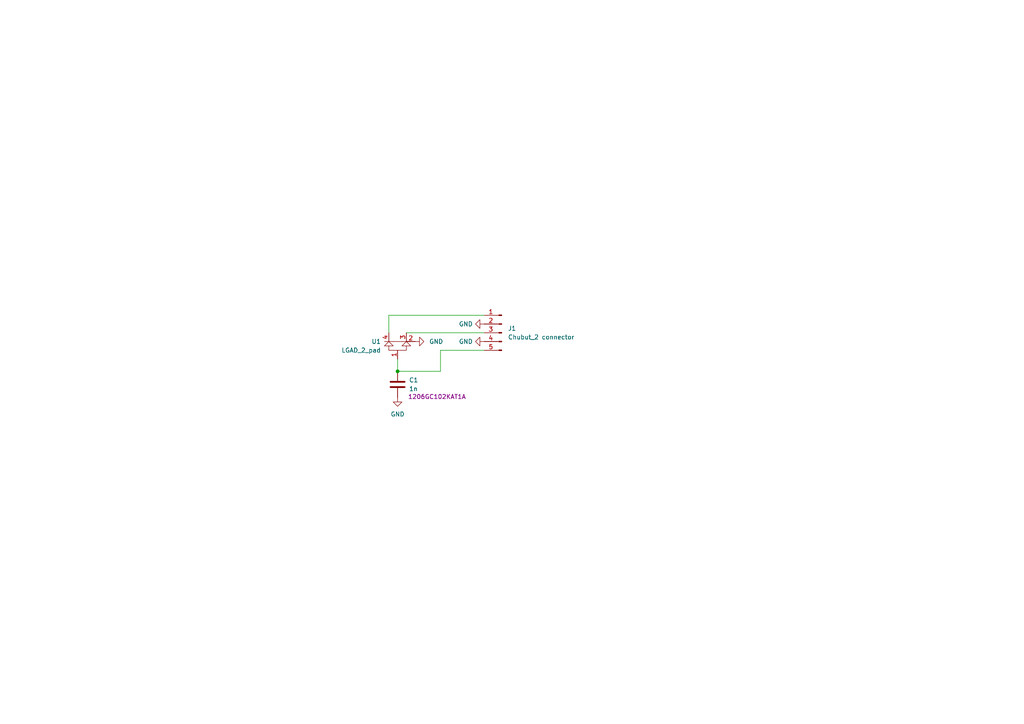
<source format=kicad_sch>
(kicad_sch (version 20211123) (generator eeschema)
  (paper "A4")
  (title_block (title "LGAD carrier board compatible with Chubut 2") (date "2022-07-20") (company "Universität Zürich") (comment 1 "Matias Senger"))
  (lib_symbols
    (symbol "Connector:Conn_01x05_Male" (pin_names (offset 1.016) hide)
      (property "Reference" "J" (at 0 7.62 0))
      (property "Value" "Conn_01x05_Male" (at 0 -7.62 0))
      (symbol "Conn_01x05_Male_1_1"
        (polyline (pts (xy 1.27 -5.08) (xy 0.8636 -5.08)) (stroke (width 0.1524)))
        (polyline (pts (xy 1.27 -2.54) (xy 0.8636 -2.54)) (stroke (width 0.1524)))
        (polyline (pts (xy 1.27 0) (xy 0.8636 0)) (stroke (width 0.1524)))
        (polyline (pts (xy 1.27 2.54) (xy 0.8636 2.54)) (stroke (width 0.1524)))
        (polyline (pts (xy 1.27 5.08) (xy 0.8636 5.08)) (stroke (width 0.1524)))
        (rectangle (start 0.8636 -4.953) (end 0 -5.207) (stroke (width 0.1524)) (fill (type outline)))
        (rectangle (start 0.8636 -2.413) (end 0 -2.667) (stroke (width 0.1524)) (fill (type outline)))
        (rectangle (start 0.8636 0.127) (end 0 -0.127) (stroke (width 0.1524)) (fill (type outline)))
        (rectangle (start 0.8636 2.667) (end 0 2.413) (stroke (width 0.1524)) (fill (type outline)))
        (rectangle (start 0.8636 5.207) (end 0 4.953) (stroke (width 0.1524)) (fill (type outline)))
        (pin passive line (at 5.08 5.08 180) (length 3.81) (name "Pin_1") (number "1"))
        (pin passive line (at 5.08 2.54 180) (length 3.81) (name "Pin_2") (number "2"))
        (pin passive line (at 5.08 0 180) (length 3.81) (name "Pin_3") (number "3"))
        (pin passive line (at 5.08 -2.54 180) (length 3.81) (name "Pin_4") (number "4"))
        (pin passive line (at 5.08 -5.08 180) (length 3.81) (name "Pin_5") (number "5"))
      )
    )
    (symbol "Device:C" (pin_numbers hide) (pin_names (offset 0.254))
      (property "Reference" "C" (at 0.635 2.54 0))
      (property "Value" "C" (at 0.635 -2.54 0))
      (symbol "C_0_1"
        (polyline (pts (xy -2.032 -0.762) (xy 2.032 -0.762)) (stroke (width 0.508)))
        (polyline (pts (xy -2.032 0.762) (xy 2.032 0.762)) (stroke (width 0.508)))
      )
      (symbol "C_1_1"
        (pin passive line (at 0 3.81 270) (length 2.794) (name "~") (number "1"))
        (pin passive line (at 0 -3.81 90) (length 2.794) (name "~") (number "2"))
      )
    )
    (symbol "LGAD:LGAD_2_pad"
      (property "Reference" "U" (at 0 3.81 0))
      (property "Value" "LGAD_2_pad" (at 0 3.81 0))
      (symbol "LGAD_2_pad_0_1"
        (polyline (pts (xy -6.35 -2.54) (xy -3.81 -2.54)))
        (polyline (pts (xy -1.27 -2.54) (xy -3.81 -2.54)))
        (polyline (pts (xy -1.27 -2.54) (xy 1.27 -2.54)))
        (polyline (pts (xy -2.54 -5.08) (xy -5.08 -5.08) (xy -5.08 -3.81)))
        (polyline (pts (xy -2.54 -5.08) (xy 0 -5.08) (xy 0 -3.81)))
        (polyline (pts (xy -6.35 -3.81) (xy -3.81 -3.81) (xy -5.08 -2.54) (xy -6.35 -3.81)))
        (polyline (pts (xy -1.27 -3.81) (xy 1.27 -3.81) (xy 0 -2.54) (xy -1.27 -3.81)))
      )
      (symbol "LGAD_2_pad_1_1"
        (pin unspecified line (at -2.54 -7.62 90) (length 2.54) (name "") (number "1"))
        (pin unspecified line (at 2.54 -2.54 180) (length 2.54) (name "") (number "2"))
        (pin unspecified line (at 0 0 270) (length 2.54) (name "") (number "3"))
        (pin unspecified line (at -5.08 0 270) (length 2.54) (name "") (number "4"))
      )
    )
    (symbol "power:GND" (power) (pin_names (offset 0))
      (property "Value" "GND" (at 0 -3.81 0))
      (symbol "GND_0_1"
        (polyline (pts (xy 0 0) (xy 0 -1.27) (xy 1.27 -1.27) (xy 0 -2.54) (xy -1.27 -1.27) (xy 0 -1.27)))
      )
      (symbol "GND_1_1"
        (pin power_in line (at 0 0 270) (length 0) hide (name "GND") (number "1"))
      )
    )
  )
  (junction (at 115.316 107.696))
  (wire (pts (xy 112.776 96.52) (xy 112.776 91.44)))
  (wire (pts (xy 140.462 101.6) (xy 127.762 101.6)))
  (wire (pts (xy 112.776 91.44) (xy 140.462 91.44)))
  (wire (pts (xy 127.762 107.696) (xy 115.316 107.696)))
  (wire (pts (xy 127.762 101.6) (xy 127.762 107.696)))
  (wire (pts (xy 117.856 96.52) (xy 140.462 96.52)))
  (wire (pts (xy 115.316 104.14) (xy 115.316 107.696)))
  (symbol (lib_id "Device:C") (at 115.316 111.506 0) (unit 1)
    (property "Reference" "C1" (at 118.618 110.2359 0) (effects (justify left)))
    (property "Value" "1n" (at 118.618 112.7759 0) (effects (justify left)))
    (property "Footprint" "Capacitor_SMD:C_1206_3216Metric_Pad1.33x1.80mm_HandSolder" (effects hide))
    (property "Digikey" "https://www.digikey.ch/short/jfv8hn77" (effects hide))
    (property "Manufacturer number" "1206GC102KAT1A" (at 126.746 115.062 0))
    (property "Manufacturer" "KYOCERA AVX" (effects hide))
  )
  (symbol (lib_id "power:GND") (at 115.316 115.316 0) (unit 1)
    (property "Reference" "#PWR01" (effects hide))
    (property "Value" "GND" (at 115.316 120.142 0))
  )
  (symbol (lib_id "Connector:Conn_01x05_Male") (at 145.542 96.52 0) (mirror y) (unit 1)
    (property "Reference" "J1" (at 147.32 95.2499 0) (effects (justify right)))
    (property "Value" "Chubut_2 connector" (at 147.32 97.7899 0) (effects (justify right)))
    (property "Footprint" "chubut:M22-5330505" (effects hide))
    (property "Manufacturer number" "M22-5330505" (effects hide))
    (property "Digikey" "https://www.digikey.ch/short/qpqjrpth" (effects hide))
    (property "Manufacturer" "Harwin Inc." (effects hide))
  )
  (symbol (lib_id "power:GND") (at 120.396 99.06 90) (unit 1)
    (property "Reference" "#PWR02" (effects hide))
    (property "Value" "GND" (at 124.46 99.0599 90) (effects (justify right)))
  )
  (symbol (lib_id "LGAD:LGAD_2_pad") (at 117.856 96.52 0) (unit 1)
    (property "Reference" "U1" (at 110.49 99.0599 0) (effects (justify right)))
    (property "Value" "LGAD_2_pad" (at 110.49 101.5999 0) (effects (justify right)))
    (property "Footprint" "chubut:LGAD" (effects hide))
  )
  (symbol (lib_id "power:GND") (at 140.462 93.98 270) (unit 1)
    (property "Reference" "#PWR03" (effects hide))
    (property "Value" "GND" (at 137.16 93.9799 90) (effects (justify right)))
  )
  (symbol (lib_id "power:GND") (at 140.462 99.06 270) (unit 1)
    (property "Reference" "#PWR04" (effects hide))
    (property "Value" "GND" (at 137.16 99.0599 90) (effects (justify right)))
  )
)
</source>
